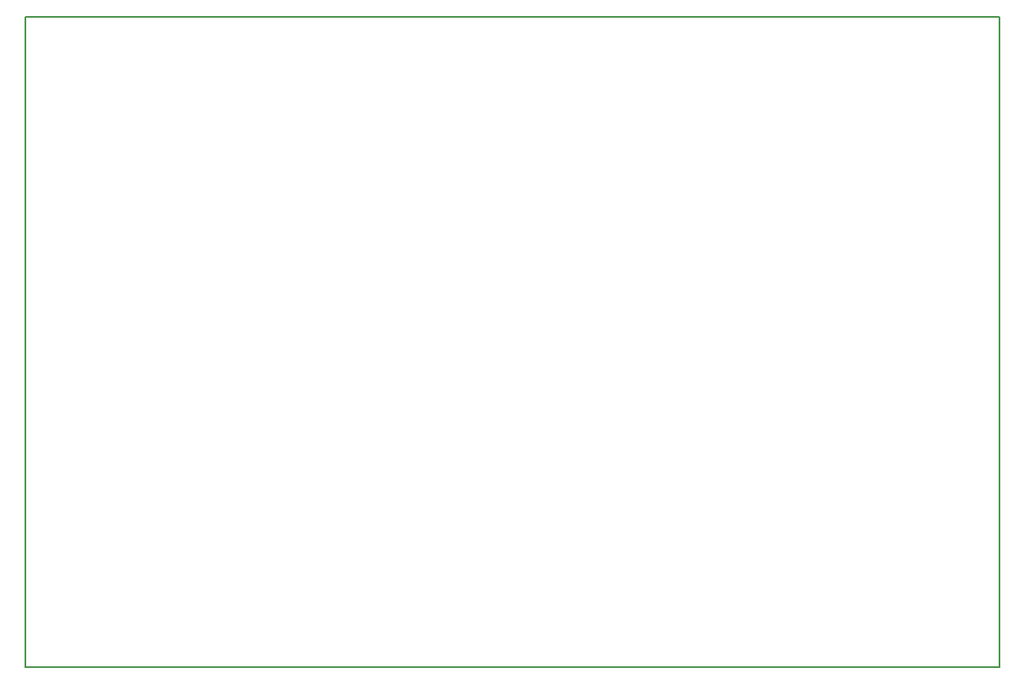
<source format=gbr>
G04 EasyPC Gerber Version 20.0.2 Build 4112 *
G04 #@! TF.Part,Single*
%FSLAX35Y35*%
%MOIN*%
%ADD15C,0.00500*%
X0Y0D02*
D02*
D15*
X5221Y250D02*
X389221D01*
Y256845*
X5221*
Y250*
X0Y0D02*
M02*

</source>
